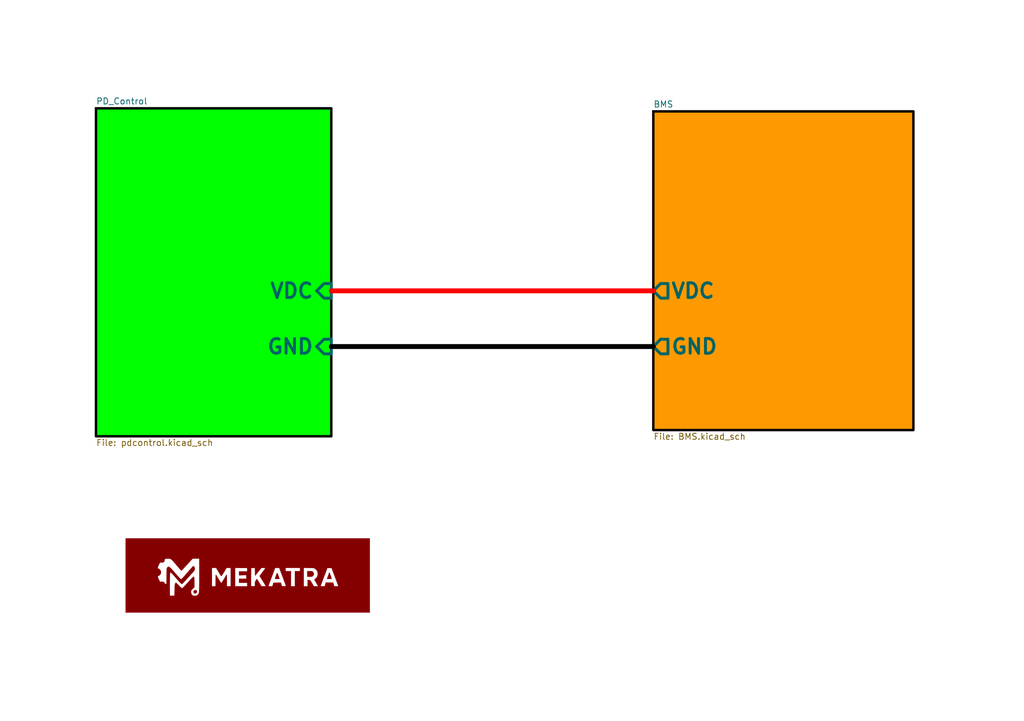
<source format=kicad_sch>
(kicad_sch (version 20250114) (generator "eeschema") (generator_version "9.0")
  (paper "A5")
  (lib_symbols
    (symbol "Mekatra symbol kicad:LOGO" (pin_names (offset 1.016))
      (symbol "LOGO_0_0"
        (polyline (pts (xy -10.5482 -3.5605) (xy -10.4912 -3.5008) (xy -10.4368 -3.3451) (xy -10.4684 -3.1867) (xy -10.5655 -3.0589) (xy -10.7078 -2.9948) (xy -10.8749 -3.0276) (xy -11.0364 -3.1592) (xy -11.1007 -3.334) (xy -11.0424 -3.5213) (xy -10.9157 -3.6457) (xy -10.7451 -3.6664) (xy -10.5482 -3.5605)) (stroke (width 0.01)) (fill (type outline)))
        (polyline (pts (xy 6.3402 -0.2117) (xy 6.2455 0.0539) (xy 6.1541 0.3033) (xy 6.0898 0.4456) (xy 6.0406 0.4883) (xy 5.9946 0.4394) (xy 5.9397 0.3066) (xy 5.8639 0.0977) (xy 5.8474 0.0529) (xy 5.7567 -0.1965) (xy 5.6819 -0.4071) (xy 5.6379 -0.5373) (xy 5.6261 -0.578) (xy 5.6258 -0.6378) (xy 5.6796 -0.6694) (xy 5.8129 -0.6817) (xy 6.0511 -0.6838) (xy 6.51 -0.6838) (xy 6.3402 -0.2117)) (stroke (width 0.01)) (fill (type outline)))
        (polyline (pts (xy 13.0124 -0.2222) (xy 13.1762 -0.1998) (xy 13.2884 -0.1515) (xy 13.3868 -0.0681) (xy 13.4935 0.0772) (xy 13.5466 0.3257) (xy 13.5203 0.5081) (xy 13.3868 0.7194) (xy 13.379 0.7271) (xy 13.2809 0.8076) (xy 13.1661 0.8536) (xy 12.9969 0.8744) (xy 12.7355 0.8792) (xy 12.2441 0.8792) (xy 12.2441 0.3257) (xy 12.2441 -0.2279) (xy 12.7355 -0.2279) (xy 12.7592 -0.2279) (xy 13.0124 -0.2222)) (stroke (width 0.01)) (fill (type outline)))
        (polyline (pts (xy 16.9774 -0.6753) (xy 17.1342 -0.6549) (xy 17.1938 -0.6267) (xy 17.1776 -0.5612) (xy 17.1284 -0.4094) (xy 17.0568 -0.2031) (xy 16.9735 0.0282) (xy 16.8895 0.2547) (xy 16.8156 0.447) (xy 16.7626 0.5753) (xy 16.7413 0.6102) (xy 16.7301 0.5698) (xy 16.6824 0.4266) (xy 16.6063 0.2083) (xy 16.5112 -0.0573) (xy 16.2844 -0.6838) (xy 16.7391 -0.6838) (xy 16.7563 -0.6838) (xy 16.9774 -0.6753)) (stroke (width 0.01)) (fill (type outline)))
        (polyline (pts (xy 25.0092 0) (xy 25.0092 7.5874) (xy 0 7.5874) (xy -25.0092 7.5874) (xy -25.0092 1.5589) (xy -18.4947 1.5589) (xy -18.4944 1.5641) (xy -18.4611 1.6857) (xy -18.3853 1.8814) (xy -18.2843 2.113) (xy -18.1753 2.3427) (xy -18.0755 2.5324) (xy -18.0023 2.6439) (xy -18.0013 2.6451) (xy -17.8898 2.7248) (xy -17.768 2.6964) (xy -17.7511 2.6882) (xy -17.5572 2.6594) (xy -17.3429 2.708) (xy -17.1729 2.8205) (xy -17.1572 2.8407) (xy -17.0902 2.9945) (xy -17.0521 3.1913) (xy -17.031 3.4518) (xy -16.5751 3.4719) (xy -16.56 3.4725) (xy -16.3268 3.4827) (xy -16.1355 3.4833) (xy -15.9722 3.4646) (xy -15.8227 3.4164) (xy -15.6729 3.329) (xy -15.5088 3.1923) (xy -15.3163 2.9963) (xy -15.0814 2.7313) (xy -14.7899 2.3871) (xy -14.4278 1.9539) (xy -14.1961 1.6785) (xy -13.9758 1.4209) (xy -13.7961 1.215) (xy -13.6711 1.077) (xy -13.615 1.0233) (xy -13.5739 1.0487) (xy -13.4572 1.1564) (xy -13.2817 1.334) (xy -13.0624 1.5661) (xy -12.8145 1.8374) (xy -12.6628 2.0055) (xy -12.3759 2.322) (xy -12.0996 2.6246) (xy -11.8595 2.8856) (xy -11.6809 3.0773) (xy -11.2969 3.4844) (xy -10.5982 3.4844) (xy -9.8995 3.4844) (xy -9.8995 0.0305) (xy -9.8995 -0.2186) (xy -9.8995 -0.3256) (xy -7.3595 -0.3256) (xy -7.3595 1.5957) (xy -6.915 1.5957) (xy -6.4705 1.5957) (xy -5.9691 0.749) (xy -5.8781 0.5968) (xy -5.7088 0.3222) (xy -5.5661 0.1019) (xy -5.4629 -0.0445) (xy -5.412 -0.0977) (xy -5.3931 -0.0833) (xy -5.3129 0.0197) (xy -5.1861 0.2056) (xy -5.0256 0.4552) (xy -4.8446 0.749) (xy -4.3329 1.5957) (xy -3.8924 1.5957) (xy -3.4518 1.5957) (xy -3.4518 -0.3242) (xy -2.6051 -0.3242) (xy -2.6051 1.5985) (xy -1.3514 1.5808) (xy -0.0977 1.5631) (xy -0.0782 1.1886) (xy -0.0586 0.8141) (xy -0.9086 0.8141) (xy -1.7585 0.8141) (xy -1.7586 0.4396) (xy -1.7587 0.0651) (xy -1.0096 0.0854) (xy -0.2605 0.1056) (xy -0.2605 -0.2891) (xy -0.2605 -0.6838) (xy -1.0095 -0.6838) (xy -1.7585 -0.6838) (xy -1.7585 -1.0746) (xy -1.7585 -1.1732) (xy 0.6621 -1.1732) (xy 0.6631 -0.7368) (xy 0.6665 -0.2596) (xy 0.6838 1.5631) (xy 1.0888 1.5824) (xy 1.4939 1.6018) (xy 1.5122 0.8009) (xy 1.5305 0) (xy 2.1725 0.7978) (xy 2.8145 1.5957) (xy 3.2308 1.5957) (xy 3.4327 1.5882) (xy 3.5878 1.5668) (xy 3.6472 1.5364) (xy 3.6203 1.4751) (xy 3.5313 1.3375) (xy 3.4015 1.1619) (xy 3.3729 1.125) (xy 3.2033 0.9027) (xy 3.0026 0.6356) (xy 2.8085 0.3736) (xy 2.4611 -0.0996) (xy 3.103 -1.1222) (xy 3.3029 -1.4416) (xy 3.4834 -1.7315) (xy 3.6284 -1.966) (xy 3.7265 -2.1269) (xy 3.7518 -2.1704) (xy 4.2333 -2.1704) (xy 4.2364 -2.1551) (xy 4.2741 -2.0363) (xy 4.3503 -1.8171) (xy 4.4595 -1.5132) (xy 4.5958 -1.1401) (xy 4.7538 -0.7135) (xy 4.9277 -0.2491) (xy 5.6221 1.5957) (xy 6.0525 1.5957) (xy 6.483 1.5957) (xy 6.7503 0.8792) (xy 7.7502 0.8792) (xy 7.7502 1.2374) (xy 7.7502 1.5957) (xy 9.2482 1.5957) (xy 10.7461 1.5957) (xy 10.7461 1.2374) (xy 10.7461 0.8792) (xy 10.2251 0.8792) (xy 9.7041 0.8792) (xy 9.7041 -0.32) (xy 11.4625 -0.32) (xy 11.4625 1.6069) (xy 12.5258 1.585) (xy 12.844 1.578) (xy 13.1555 1.5682) (xy 13.3787 1.554) (xy 13.5372 1.5321) (xy 13.6544 1.4988) (xy 13.7541 1.4506) (xy 13.8597 1.3839) (xy 13.8866 1.3656) (xy 14.1631 1.0965) (xy 14.3345 0.7561) (xy 14.3933 0.3587) (xy 14.3931 0.327) (xy 14.3453 -0.0463) (xy 14.2035 -0.3518) (xy 13.9522 -0.6235) (xy 13.6895 -0.8484) (xy 14.0729 -1.4988) (xy 14.2146 -1.7425) (xy 14.3403 -1.9658) (xy 14.4256 -2.1257) (xy 14.4573 -2.1981) (xy 14.9167 -2.1981) (xy 14.9205 -2.1836) (xy 14.9602 -2.0685) (xy 15.0384 -1.8531) (xy 15.1494 -1.5525) (xy 15.2874 -1.1821) (xy 15.447 -0.7572) (xy 15.6224 -0.2931) (xy 16.3258 1.5631) (xy 16.7675 1.5631) (xy 17.2092 1.5631) (xy 17.8855 -0.2279) (xy 17.9308 -0.348) (xy 18.1012 -0.8002) (xy 18.2562 -1.2124) (xy 18.3895 -1.5681) (xy 18.4951 -1.8509) (xy 18.5668 -2.0447) (xy 18.5986 -2.1329) (xy 18.5993 -2.1353) (xy 18.6035 -2.1945) (xy 18.5526 -2.2282) (xy 18.4216 -2.2434) (xy 18.1855 -2.2469) (xy 17.7355 -2.2469) (xy 17.6172 -1.8561) (xy 17.4988 -1.4654) (xy 16.7636 -1.4654) (xy 16.0283 -1.4654) (xy 15.9186 -1.8561) (xy 15.809 -2.2469) (xy 15.3617 -2.2469) (xy 15.3502 -2.2469) (xy 15.1305 -2.2398) (xy 14.975 -2.2223) (xy 14.9167 -2.1981) (xy 14.4573 -2.1981) (xy 14.4572 -2.1994) (xy 14.3926 -2.2234) (xy 14.2325 -2.2404) (xy 14.0101 -2.2469) (xy 13.5618 -2.2469) (xy 13.1797 -1.596) (xy 13.0442 -1.3664) (xy 12.918 -1.1637) (xy 12.8243 -1.0393) (xy 12.7445 -0.9741) (xy 12.6604 -0.9489) (xy 12.5534 -0.9447) (xy 12.3092 -0.9443) (xy 12.3092 -1.5956) (xy 12.3092 -2.2469) (xy 11.8859 -2.2469) (xy 11.4625 -2.2469) (xy 11.4625 -0.32) (xy 9.7041 -0.32) (xy 9.7041 -0.6838) (xy 9.7041 -2.2469) (xy 9.2808 -2.2469) (xy 8.8574 -2.2469) (xy 8.8574 -0.6838) (xy 8.8574 0.8792) (xy 8.3038 0.8792) (xy 7.7502 0.8792) (xy 6.7503 0.8792) (xy 7.1817 -0.2771) (xy 7.2561 -0.4767) (xy 7.4238 -0.929) (xy 7.5734 -1.3357) (xy 7.6994 -1.6816) (xy 7.7963 -1.9513) (xy 7.8585 -2.1297) (xy 7.8805 -2.2013) (xy 7.8211 -2.2247) (xy 7.6655 -2.2362) (xy 7.4473 -2.2336) (xy 7.0141 -2.2143) (xy 6.8955 -1.8561) (xy 6.8441 -1.6995) (xy 6.7949 -1.5461) (xy 6.7751 -1.4795) (xy 6.7267 -1.4742) (xy 6.572 -1.4719) (xy 6.3364 -1.4737) (xy 6.0459 -1.4795) (xy 5.3185 -1.4979) (xy 5.1938 -1.8724) (xy 5.0691 -2.2469) (xy 4.6512 -2.2469) (xy 4.4872 -2.2431) (xy 4.2971 -2.2182) (xy 4.2333 -2.1704) (xy 3.7518 -2.1704) (xy 3.7666 -2.1959) (xy 3.7667 -2.2002) (xy 3.6996 -2.2234) (xy 3.5375 -2.2392) (xy 3.3107 -2.2442) (xy 2.8331 -2.2415) (xy 2.3662 -1.4885) (xy 1.8993 -0.7355) (xy 1.6947 -1.0179) (xy 1.6161 -1.1316) (xy 1.536 -1.2887) (xy 1.5043 -1.4579) (xy 1.5045 -1.6978) (xy 1.506 -1.8817) (xy 1.4948 -2.069) (xy 1.472 -2.1711) (xy 1.4413 -2.1963) (xy 1.3082 -2.2324) (xy 1.1195 -2.2469) (xy 0.9213 -2.2402) (xy 0.7597 -2.2126) (xy 0.6807 -2.1646) (xy 0.6797 -2.1612) (xy 0.6723 -2.0628) (xy 0.6668 -1.8537) (xy 0.6634 -1.5513) (xy 0.6621 -1.1732) (xy -1.7585 -1.1732) (xy -1.7585 -1.4654) (xy -0.9118 -1.4654) (xy -0.0651 -1.4654) (xy -0.0651 -1.8561) (xy -0.0651 -2.2469) (xy -1.3351 -2.2469) (xy -2.6051 -2.2469) (xy -2.6051 -0.3242) (xy -3.4518 -0.3242) (xy -3.4518 -0.3256) (xy -3.4518 -2.2469) (xy -3.8751 -2.2469) (xy -4.2985 -2.2469) (xy -4.3033 -0.9932) (xy -4.3041 -0.7915) (xy -4.3066 -0.4124) (xy -4.311 -0.1438) (xy -4.319 0.0283) (xy -4.3321 0.1176) (xy -4.3518 0.1381) (xy -4.3797 0.1036) (xy -4.4173 0.0279) (xy -4.4333 -0.0051) (xy -4.5277 -0.1822) (xy -4.6596 -0.4131) (xy -4.8143 -0.6738) (xy -4.9771 -0.9406) (xy -5.1334 -1.1897) (xy -5.2685 -1.3974) (xy -5.3677 -1.5399) (xy -5.4165 -1.5933) (xy -5.4425 -1.5689) (xy -5.5265 -1.4542) (xy -5.6523 -1.2665) (xy -5.8053 -1.0292) (xy -5.9708 -0.7654) (xy -6.1345 -0.4985) (xy -6.2816 -0.2516) (xy -6.3978 -0.0482) (xy -6.4683 0.0886) (xy -6.4744 0.1013) (xy -6.5002 0.1293) (xy -6.5202 0.0898) (xy -6.5353 -0.0296) (xy -6.5468 -0.2415) (xy -6.5557 -0.5585) (xy -6.5631 -0.9932) (xy -6.5808 -2.2469) (xy -6.9701 -2.2469) (xy -7.3595 -2.2469) (xy -7.3595 -0.3256) (xy -9.8995 -0.3256) (xy -9.8997 -0.9717) (xy -9.9011 -1.6085) (xy -9.9047 -2.1399) (xy -9.9114 -2.5765) (xy -9.9224 -2.9293) (xy -9.9387 -3.2089) (xy -9.9612 -3.4262) (xy -9.9911 -3.5919) (xy -10.0294 -3.7169) (xy -10.077 -3.8119) (xy -10.135 -3.8876) (xy -10.2045 -3.955) (xy -10.2864 -4.0247) (xy -10.4212 -4.1217) (xy -10.5953 -4.1844) (xy -10.8344 -4.2008) (xy -10.8753 -4.2002) (xy -11.1392 -4.1683) (xy -11.3247 -4.0946) (xy -11.3406 -4.0829) (xy -11.5042 -3.8881) (xy -11.6164 -3.6155) (xy -11.658 -3.3097) (xy -11.6463 -3.1741) (xy -11.5963 -3.0512) (xy -11.4872 -2.9129) (xy -11.2981 -2.7256) (xy -10.9383 -2.3853) (xy -10.9562 -1.3237) (xy -10.9618 -1.0369) (xy -10.9721 -0.7113) (xy -10.9863 -0.4866) (xy -11.0065 -0.3453) (xy -11.0343 -0.2701) (xy -11.0718 -0.2435) (xy -11.1305 -0.2724) (xy -11.2671 -0.3886) (xy -11.465 -0.5823) (xy -11.712 -0.8416) (xy -11.996 -1.1545) (xy -12.2462 -1.4341) (xy -12.5224 -1.7388) (xy -12.7731 -2.0113) (xy -12.9781 -2.2298) (xy -13.1173 -2.3723) (xy -13.2606 -2.5076) (xy -13.3805 -2.5968) (xy -13.4719 -2.6189) (xy -13.5678 -2.5896) (xy -13.627 -2.5517) (xy -13.7754 -2.4257) (xy -13.9656 -2.2417) (xy -14.171 -2.0246) (xy -14.3061 -1.8791) (xy -14.4843 -1.6992) (xy -14.6207 -1.5761) (xy -14.6933 -1.5305) (xy -14.756 -1.5397) (xy -14.8223 -1.5879) (xy -14.8727 -1.6909) (xy -14.9102 -1.8637) (xy -14.9379 -2.1215) (xy -14.9587 -2.4794) (xy -14.9757 -2.9525) (xy -15.0121 -4.1682) (xy -15.4708 -4.1871) (xy -15.4838 -4.1876) (xy -15.7156 -4.1901) (xy -15.8919 -4.1802) (xy -15.9756 -4.1599) (xy -15.9777 -4.1558) (xy -15.9891 -4.0603) (xy -15.9983 -3.8563) (xy -16.0053 -3.5622) (xy -16.0102 -3.1966) (xy -16.013 -2.778) (xy -16.0138 -2.3248) (xy -16.0126 -1.8556) (xy -16.0094 -1.3889) (xy -16.0043 -0.9432) (xy -15.9973 -0.5369) (xy -15.9885 -0.1887) (xy -15.978 0.0831) (xy -15.9656 0.2599) (xy -15.9354 0.4694) (xy -15.8873 0.6156) (xy -15.8188 0.67) (xy -15.7978 0.6668) (xy -15.6871 0.5892) (xy -15.5049 0.4141) (xy -15.2561 0.1465) (xy -14.9459 -0.2086) (xy -14.8139 -0.3628) (xy -14.4312 -0.8047) (xy -14.1221 -1.1526) (xy -13.8806 -1.4125) (xy -13.701 -1.5907) (xy -13.5776 -1.6931) (xy -13.5044 -1.7259) (xy -13.4994 -1.7247) (xy -13.4211 -1.6646) (xy -13.2733 -1.5238) (xy -13.0705 -1.3172) (xy -12.8272 -1.0594) (xy -12.558 -0.7652) (xy -12.2868 -0.4653) (xy -11.9848 -0.1326) (xy -11.7018 0.1779) (xy -11.4606 0.4412) (xy -11.2838 0.6324) (xy -11.1088 0.8235) (xy -10.9809 0.9805) (xy -10.9112 1.1052) (xy -10.8822 1.2302) (xy -10.8764 1.3876) (xy -10.8767 1.4096) (xy -10.9093 1.6305) (xy -10.9845 1.8029) (xy -11.0853 1.8995) (xy -11.1946 1.8934) (xy -11.1949 1.8932) (xy -11.2548 1.833) (xy -11.3874 1.6874) (xy -11.581 1.4696) (xy -11.8239 1.1929) (xy -12.1044 0.8705) (xy -12.4107 0.5157) (xy -12.6386 0.2523) (xy -12.9876 -0.1434) (xy -13.2619 -0.4427) (xy -13.4655 -0.6496) (xy -13.6021 -0.7678) (xy -13.6753 -0.8014) (xy -13.7379 -0.7569) (xy -13.8761 -0.6254) (xy -14.0749 -0.4202) (xy -14.3218 -0.1545) (xy -14.6042 0.1582) (xy -14.9095 0.5048) (xy -15.2399 0.8826) (xy -15.5359 1.2141) (xy -15.7688 1.4618) (xy -15.9498 1.6337) (xy -16.09 1.738) (xy -16.2005 1.7828) (xy -16.2923 1.7762) (xy -16.3768 1.7264) (xy -16.4649 1.6415) (xy -16.4789 1.6264) (xy -16.5193 1.5737) (xy -16.5504 1.5062) (xy -16.5736 1.4074) (xy -16.5904 1.2609) (xy -16.6022 1.05) (xy -16.6106 0.7584) (xy -16.617 0.3695) (xy -16.6228 -0.1332) (xy -16.6403 -1.7584) (xy -16.7864 -1.7792) (xy -16.8389 -1.781) (xy -16.953 -1.7256) (xy -17.0699 -1.5671) (xy -17.1415 -1.46) (xy -17.2812 -1.3373) (xy -17.4708 -1.2841) (xy -17.7475 -1.2848) (xy -18.008 -1.3026) (xy -18.2151 -0.8792) (xy -18.3324 -0.6365) (xy -18.4269 -0.4193) (xy -18.4642 -0.2748) (xy -18.4451 -0.1788) (xy -18.3703 -0.1069) (xy -18.2407 -0.035) (xy -18.2214 -0.0249) (xy -17.976 0.1697) (xy -17.8325 0.416) (xy -17.7905 0.6872) (xy -17.8495 0.9562) (xy -18.0088 1.1964) (xy -18.268 1.3806) (xy -18.3108 1.4023) (xy -18.4425 1.4891) (xy -18.4947 1.5589) (xy -25.0092 1.5589) (xy -25.0092 0) (xy -25.0092 -7.5874) (xy 0 -7.5874) (xy 25.0092 -7.5874) (xy 25.0092 0)) (stroke (width 0.01)) (fill (type outline)))
      )
    )
  )
  (wire (pts (xy 67.945 59.69) (xy 133.985 59.69)) (stroke (width 1) (color 255 0 0 1)))
  (wire (pts (xy 67.945 71.12) (xy 133.985 71.12)) (stroke (width 1) (color 0 0 0 1)))
  (symbol (lib_id "Mekatra symbol kicad:LOGO") (at 50.8 118.11 0) (unit 1)
    (property "Reference" "#G3" (effects (hide yes)))
    (property "Value" "LOGO" (effects (hide yes)))
  )
  (sheet (at 19.685 22.225) (size 48.26 67.31) (stroke (width 0.5) (color 0 0 0 1)) (fill (color 0 255 0 1.0000))
    (property "Sheetname" "PD_Control" (at 19.685 21.5134 0) (effects (justify left bottom)))
    (property "Sheetfile" "pdcontrol.kicad_sch" (at 19.685 90.1196 0) (effects (justify left top)))
    (pin "GND" input (at 67.945 71.12 0) (effects (font (size 3 3) (thickness 0.6) (bold yes))))
    (pin "VDC" input (at 67.945 59.69 0) (effects (font (size 3 3) (thickness 0.6) (bold yes))))
  )
  (sheet (at 133.985 22.86) (size 53.34 65.405) (stroke (width 0.5) (color 0 0 0 1)) (fill (color 255 153 0 1.0000))
    (property "Sheetname" "BMS" (at 133.985 22.1484 0) (effects (justify left bottom)))
    (property "Sheetfile" "BMS.kicad_sch" (at 133.985 88.8496 0) (effects (justify left top)))
    (pin "GND" output (at 133.985 71.12 180) (effects (font (size 3 3) (thickness 0.6) (bold yes))))
    (pin "VDC" output (at 133.985 59.69 180) (effects (font (size 3 3) (thickness 0.6) (bold yes))))
  )
)
</source>
